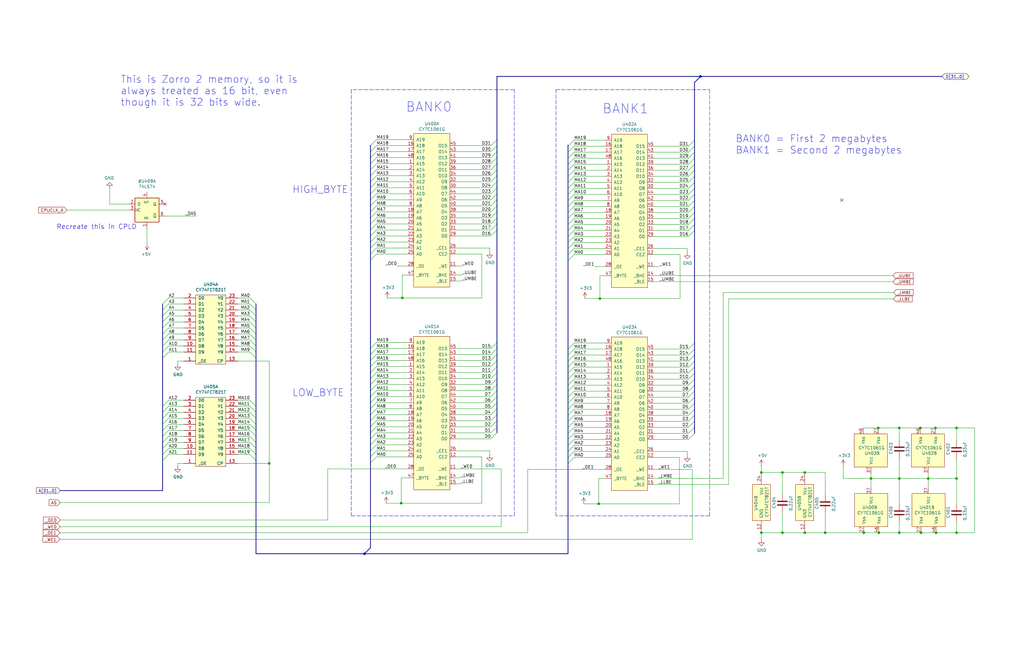
<source format=kicad_sch>
(kicad_sch (version 20211123) (generator eeschema)
  (paper "B")
  (junction (at 367.284 201.93))
  (junction (at 394.716 224.79))
  (junction (at 329.946 224.79))
  (junction (at 252.984 125.984))
  (junction (at 379.222 224.79))
  (junction (at 113.538 195.58))
  (junction (at 339.344 224.79))
  (junction (at 364.236 224.79))
  (junction (at 403.352 180.594))
  (junction (at 379.222 180.594))
  (junction (at 370.586 224.79))
  (junction (at 370.332 180.594))
  (junction (at 403.352 224.79))
  (junction (at 403.352 201.93))
  (junction (at 321.056 224.79))
  (junction (at 347.98 224.79))
  (junction (at 394.462 180.594))
  (junction (at 391.414 201.93))
  (junction (at 252.476 212.598))
  (junction (at 379.222 201.93))
  (junction (at 321.056 199.39))
  (junction (at 339.344 199.39))
  (junction (at 295.402 32.258))
  (junction (at 169.672 125.73))
  (junction (at 388.112 180.594))
  (junction (at 169.164 212.344))
  (junction (at 388.366 224.79))
  (junction (at 329.946 199.39))
  (junction (at 153.67 233.68))
  (no_connect (at 354.965 84.455))
  (no_connect (at 69.596 86.106))
  (bus_entry (at 71.12 176.53) (size -2.54 2.54))
  (bus_entry (at 105.41 148.59) (size 2.54 2.54))
  (bus_entry (at 158.75 157.226) (size -2.54 2.54))
  (bus_entry (at 242.062 79.502) (size -2.54 2.54))
  (bus_entry (at 158.75 154.686) (size -2.54 2.54))
  (bus_entry (at 242.062 107.442) (size -2.54 2.54))
  (bus_entry (at 242.062 182.88) (size -2.54 2.54))
  (bus_entry (at 71.12 148.59) (size -2.54 2.54))
  (bus_entry (at 105.41 130.81) (size 2.54 2.54))
  (bus_entry (at 105.41 179.07) (size 2.54 2.54))
  (bus_entry (at 158.75 102.108) (size -2.54 2.54))
  (bus_entry (at 207.01 149.606) (size 2.54 -2.54))
  (bus_entry (at 71.12 173.99) (size -2.54 2.54))
  (bus_entry (at 242.062 170.18) (size -2.54 2.54))
  (bus_entry (at 71.12 143.51) (size -2.54 2.54))
  (bus_entry (at 290.322 64.262) (size 2.54 -2.54))
  (bus_entry (at 242.062 97.282) (size -2.54 2.54))
  (bus_entry (at 71.12 130.81) (size -2.54 2.54))
  (bus_entry (at 105.41 140.97) (size 2.54 2.54))
  (bus_entry (at 71.12 135.89) (size -2.54 2.54))
  (bus_entry (at 158.75 58.928) (size -2.54 2.54))
  (bus_entry (at 242.062 185.42) (size -2.54 2.54))
  (bus_entry (at 158.75 175.006) (size -2.54 2.54))
  (bus_entry (at 207.01 91.948) (size 2.54 -2.54))
  (bus_entry (at 207.01 152.146) (size 2.54 -2.54))
  (bus_entry (at 242.062 61.722) (size -2.54 2.54))
  (bus_entry (at 242.062 99.822) (size -2.54 2.54))
  (bus_entry (at 158.75 172.466) (size -2.54 2.54))
  (bus_entry (at 207.01 167.386) (size 2.54 -2.54))
  (bus_entry (at 71.12 171.45) (size -2.54 2.54))
  (bus_entry (at 242.062 94.742) (size -2.54 2.54))
  (bus_entry (at 290.322 149.86) (size 2.54 -2.54))
  (bus_entry (at 207.01 94.488) (size 2.54 -2.54))
  (bus_entry (at 105.41 133.35) (size 2.54 2.54))
  (bus_entry (at 158.75 89.408) (size -2.54 2.54))
  (bus_entry (at 105.41 176.53) (size 2.54 2.54))
  (bus_entry (at 207.01 159.766) (size 2.54 -2.54))
  (bus_entry (at 242.062 144.78) (size -2.54 2.54))
  (bus_entry (at 242.062 71.882) (size -2.54 2.54))
  (bus_entry (at 71.12 138.43) (size -2.54 2.54))
  (bus_entry (at 71.12 128.27) (size -2.54 2.54))
  (bus_entry (at 242.062 165.1) (size -2.54 2.54))
  (bus_entry (at 242.062 162.56) (size -2.54 2.54))
  (bus_entry (at 158.75 177.546) (size -2.54 2.54))
  (bus_entry (at 242.062 92.202) (size -2.54 2.54))
  (bus_entry (at 158.75 69.088) (size -2.54 2.54))
  (bus_entry (at 207.01 66.548) (size 2.54 -2.54))
  (bus_entry (at 158.75 84.328) (size -2.54 2.54))
  (bus_entry (at 290.322 87.122) (size 2.54 -2.54))
  (bus_entry (at 158.75 97.028) (size -2.54 2.54))
  (bus_entry (at 105.41 168.91) (size 2.54 2.54))
  (bus_entry (at 207.01 69.088) (size 2.54 -2.54))
  (bus_entry (at 290.322 97.282) (size 2.54 -2.54))
  (bus_entry (at 158.75 107.188) (size -2.54 2.54))
  (bus_entry (at 105.41 143.51) (size 2.54 2.54))
  (bus_entry (at 207.01 64.008) (size 2.54 -2.54))
  (bus_entry (at 207.01 185.166) (size 2.54 -2.54))
  (bus_entry (at 105.41 186.69) (size 2.54 2.54))
  (bus_entry (at 207.01 61.468) (size 2.54 -2.54))
  (bus_entry (at 158.75 104.648) (size -2.54 2.54))
  (bus_entry (at 71.12 181.61) (size -2.54 2.54))
  (bus_entry (at 290.322 160.02) (size 2.54 -2.54))
  (bus_entry (at 207.01 164.846) (size 2.54 -2.54))
  (bus_entry (at 207.01 172.466) (size 2.54 -2.54))
  (bus_entry (at 290.322 185.42) (size 2.54 -2.54))
  (bus_entry (at 158.75 152.146) (size -2.54 2.54))
  (bus_entry (at 242.062 160.02) (size -2.54 2.54))
  (bus_entry (at 158.75 144.526) (size -2.54 2.54))
  (bus_entry (at 71.12 125.73) (size -2.54 2.54))
  (bus_entry (at 158.75 76.708) (size -2.54 2.54))
  (bus_entry (at 105.41 181.61) (size 2.54 2.54))
  (bus_entry (at 71.12 168.91) (size -2.54 2.54))
  (bus_entry (at 105.41 171.45) (size 2.54 2.54))
  (bus_entry (at 242.062 149.86) (size -2.54 2.54))
  (bus_entry (at 158.75 192.786) (size -2.54 2.54))
  (bus_entry (at 242.062 193.04) (size -2.54 2.54))
  (bus_entry (at 207.01 71.628) (size 2.54 -2.54))
  (bus_entry (at 242.062 175.26) (size -2.54 2.54))
  (bus_entry (at 207.01 182.626) (size 2.54 -2.54))
  (bus_entry (at 242.062 64.262) (size -2.54 2.54))
  (bus_entry (at 290.322 69.342) (size 2.54 -2.54))
  (bus_entry (at 207.01 81.788) (size 2.54 -2.54))
  (bus_entry (at 207.01 99.568) (size 2.54 -2.54))
  (bus_entry (at 242.062 190.5) (size -2.54 2.54))
  (bus_entry (at 158.75 185.166) (size -2.54 2.54))
  (bus_entry (at 242.062 177.8) (size -2.54 2.54))
  (bus_entry (at 242.062 76.962) (size -2.54 2.54))
  (bus_entry (at 290.322 170.18) (size 2.54 -2.54))
  (bus_entry (at 290.322 99.822) (size 2.54 -2.54))
  (bus_entry (at 242.062 180.34) (size -2.54 2.54))
  (bus_entry (at 158.75 190.246) (size -2.54 2.54))
  (bus_entry (at 207.01 84.328) (size 2.54 -2.54))
  (bus_entry (at 242.062 187.96) (size -2.54 2.54))
  (bus_entry (at 158.75 86.868) (size -2.54 2.54))
  (bus_entry (at 105.41 173.99) (size 2.54 2.54))
  (bus_entry (at 290.322 165.1) (size 2.54 -2.54))
  (bus_entry (at 290.322 76.962) (size 2.54 -2.54))
  (bus_entry (at 290.322 89.662) (size 2.54 -2.54))
  (bus_entry (at 242.062 84.582) (size -2.54 2.54))
  (bus_entry (at 290.322 175.26) (size 2.54 -2.54))
  (bus_entry (at 242.062 154.94) (size -2.54 2.54))
  (bus_entry (at 71.12 179.07) (size -2.54 2.54))
  (bus_entry (at 207.01 97.028) (size 2.54 -2.54))
  (bus_entry (at 290.322 71.882) (size 2.54 -2.54))
  (bus_entry (at 242.062 74.422) (size -2.54 2.54))
  (bus_entry (at 158.75 159.766) (size -2.54 2.54))
  (bus_entry (at 242.062 104.902) (size -2.54 2.54))
  (bus_entry (at 290.322 74.422) (size 2.54 -2.54))
  (bus_entry (at 207.01 86.868) (size 2.54 -2.54))
  (bus_entry (at 207.01 169.926) (size 2.54 -2.54))
  (bus_entry (at 290.322 162.56) (size 2.54 -2.54))
  (bus_entry (at 290.322 152.4) (size 2.54 -2.54))
  (bus_entry (at 105.41 191.77) (size 2.54 2.54))
  (bus_entry (at 105.41 146.05) (size 2.54 2.54))
  (bus_entry (at 158.75 187.706) (size -2.54 2.54))
  (bus_entry (at 158.75 66.548) (size -2.54 2.54))
  (bus_entry (at 242.062 82.042) (size -2.54 2.54))
  (bus_entry (at 242.062 152.4) (size -2.54 2.54))
  (bus_entry (at 290.322 94.742) (size 2.54 -2.54))
  (bus_entry (at 290.322 180.34) (size 2.54 -2.54))
  (bus_entry (at 290.322 82.042) (size 2.54 -2.54))
  (bus_entry (at 242.062 66.802) (size -2.54 2.54))
  (bus_entry (at 158.75 147.066) (size -2.54 2.54))
  (bus_entry (at 290.322 61.722) (size 2.54 -2.54))
  (bus_entry (at 71.12 191.77) (size -2.54 2.54))
  (bus_entry (at 158.75 99.568) (size -2.54 2.54))
  (bus_entry (at 290.322 66.802) (size 2.54 -2.54))
  (bus_entry (at 158.75 169.926) (size -2.54 2.54))
  (bus_entry (at 158.75 180.086) (size -2.54 2.54))
  (bus_entry (at 158.75 81.788) (size -2.54 2.54))
  (bus_entry (at 207.01 74.168) (size 2.54 -2.54))
  (bus_entry (at 158.75 162.306) (size -2.54 2.54))
  (bus_entry (at 242.062 69.342) (size -2.54 2.54))
  (bus_entry (at 290.322 92.202) (size 2.54 -2.54))
  (bus_entry (at 242.062 87.122) (size -2.54 2.54))
  (bus_entry (at 290.322 154.94) (size 2.54 -2.54))
  (bus_entry (at 207.01 175.006) (size 2.54 -2.54))
  (bus_entry (at 71.12 140.97) (size -2.54 2.54))
  (bus_entry (at 207.01 177.546) (size 2.54 -2.54))
  (bus_entry (at 71.12 146.05) (size -2.54 2.54))
  (bus_entry (at 242.062 89.662) (size -2.54 2.54))
  (bus_entry (at 71.12 186.69) (size -2.54 2.54))
  (bus_entry (at 207.01 89.408) (size 2.54 -2.54))
  (bus_entry (at 207.01 76.708) (size 2.54 -2.54))
  (bus_entry (at 290.322 167.64) (size 2.54 -2.54))
  (bus_entry (at 207.01 157.226) (size 2.54 -2.54))
  (bus_entry (at 290.322 84.582) (size 2.54 -2.54))
  (bus_entry (at 242.062 147.32) (size -2.54 2.54))
  (bus_entry (at 290.322 182.88) (size 2.54 -2.54))
  (bus_entry (at 71.12 184.15) (size -2.54 2.54))
  (bus_entry (at 158.75 61.468) (size -2.54 2.54))
  (bus_entry (at 290.322 177.8) (size 2.54 -2.54))
  (bus_entry (at 207.01 79.248) (size 2.54 -2.54))
  (bus_entry (at 242.062 102.362) (size -2.54 2.54))
  (bus_entry (at 71.12 133.35) (size -2.54 2.54))
  (bus_entry (at 290.322 147.32) (size 2.54 -2.54))
  (bus_entry (at 158.75 64.008) (size -2.54 2.54))
  (bus_entry (at 207.01 154.686) (size 2.54 -2.54))
  (bus_entry (at 242.062 172.72) (size -2.54 2.54))
  (bus_entry (at 105.41 138.43) (size 2.54 2.54))
  (bus_entry (at 105.41 135.89) (size 2.54 2.54))
  (bus_entry (at 158.75 79.248) (size -2.54 2.54))
  (bus_entry (at 158.75 94.488) (size -2.54 2.54))
  (bus_entry (at 158.75 182.626) (size -2.54 2.54))
  (bus_entry (at 158.75 149.606) (size -2.54 2.54))
  (bus_entry (at 207.01 147.066) (size 2.54 -2.54))
  (bus_entry (at 105.41 125.73) (size 2.54 2.54))
  (bus_entry (at 158.75 167.386) (size -2.54 2.54))
  (bus_entry (at 158.75 164.846) (size -2.54 2.54))
  (bus_entry (at 242.062 157.48) (size -2.54 2.54))
  (bus_entry (at 290.322 172.72) (size 2.54 -2.54))
  (bus_entry (at 242.062 59.182) (size -2.54 2.54))
  (bus_entry (at 158.75 74.168) (size -2.54 2.54))
  (bus_entry (at 207.01 180.086) (size 2.54 -2.54))
  (bus_entry (at 158.75 91.948) (size -2.54 2.54))
  (bus_entry (at 290.322 79.502) (size 2.54 -2.54))
  (bus_entry (at 105.41 189.23) (size 2.54 2.54))
  (bus_entry (at 105.41 128.27) (size 2.54 2.54))
  (bus_entry (at 207.01 162.306) (size 2.54 -2.54))
  (bus_entry (at 105.41 184.15) (size 2.54 2.54))
  (bus_entry (at 158.75 71.628) (size -2.54 2.54))
  (bus_entry (at 290.322 157.48) (size 2.54 -2.54))
  (bus_entry (at 242.062 167.64) (size -2.54 2.54))
  (bus_entry (at 71.12 189.23) (size -2.54 2.54))
  (bus (pts (xy 292.862 154.94) (xy 292.862 157.48)))
  (wire (pts (xy 100.33 125.73) (xy 105.41 125.73)))
  (bus (pts (xy 209.55 64.008) (xy 209.55 66.548)))
  (bus (pts (xy 68.58 186.69) (xy 68.58 189.23)))
  (wire (pts (xy 275.59 74.422) (xy 290.322 74.422)))
  (wire (pts (xy 275.59 116.332) (xy 376.555 116.332)))
  (wire (pts (xy 171.958 167.386) (xy 158.75 167.386)))
  (wire (pts (xy 255.27 147.32) (xy 242.062 147.32)))
  (bus (pts (xy 209.55 81.788) (xy 209.55 84.328)))
  (wire (pts (xy 275.59 177.8) (xy 290.322 177.8)))
  (wire (pts (xy 275.59 71.882) (xy 290.322 71.882)))
  (wire (pts (xy 77.47 176.53) (xy 71.12 176.53)))
  (bus (pts (xy 292.862 89.662) (xy 292.862 92.202)))
  (bus (pts (xy 156.21 162.306) (xy 156.21 164.846)))
  (wire (pts (xy 379.222 201.93) (xy 379.222 212.598)))
  (wire (pts (xy 363.982 180.594) (xy 370.332 180.594)))
  (wire (pts (xy 304.927 123.444) (xy 376.809 123.444)))
  (wire (pts (xy 169.672 116.078) (xy 171.958 116.078)))
  (bus (pts (xy 239.522 61.214) (xy 239.522 61.722)))
  (wire (pts (xy 74.93 195.58) (xy 74.93 196.85)))
  (bus (pts (xy 107.95 173.99) (xy 107.95 176.53)))
  (bus (pts (xy 292.862 97.282) (xy 292.862 144.78)))
  (bus (pts (xy 239.522 152.4) (xy 239.522 154.94)))
  (bus (pts (xy 156.21 97.028) (xy 156.21 99.568)))
  (bus (pts (xy 209.55 180.086) (xy 209.55 182.626)))
  (bus (pts (xy 239.522 94.742) (xy 239.522 97.282)))
  (bus (pts (xy 209.55 149.606) (xy 209.55 152.146)))
  (bus (pts (xy 107.95 146.05) (xy 107.95 148.59)))
  (wire (pts (xy 100.33 179.07) (xy 105.41 179.07)))
  (wire (pts (xy 77.47 133.35) (xy 71.12 133.35)))
  (bus (pts (xy 156.21 192.786) (xy 156.21 195.326)))
  (wire (pts (xy 192.278 157.226) (xy 207.01 157.226)))
  (wire (pts (xy 275.59 84.582) (xy 290.322 84.582)))
  (bus (pts (xy 156.21 107.188) (xy 156.21 109.728)))
  (wire (pts (xy 275.59 92.202) (xy 290.322 92.202)))
  (bus (pts (xy 156.21 172.466) (xy 156.21 175.006)))
  (bus (pts (xy 156.21 99.568) (xy 156.21 102.108)))
  (bus (pts (xy 107.95 194.31) (xy 107.95 233.68)))
  (bus (pts (xy 156.21 187.706) (xy 156.21 190.246)))
  (bus (pts (xy 239.522 69.342) (xy 239.522 71.882)))
  (wire (pts (xy 289.814 192.278) (xy 289.814 190.5)))
  (wire (pts (xy 192.278 89.408) (xy 207.01 89.408)))
  (wire (pts (xy 255.27 175.26) (xy 242.062 175.26)))
  (wire (pts (xy 255.27 66.802) (xy 242.062 66.802)))
  (wire (pts (xy 367.284 201.93) (xy 379.222 201.93)))
  (bus (pts (xy 239.522 147.32) (xy 239.522 149.86)))
  (bus (pts (xy 209.55 169.926) (xy 209.55 172.466)))
  (bus (pts (xy 68.58 133.35) (xy 68.58 135.89)))
  (wire (pts (xy 275.59 190.5) (xy 289.814 190.5)))
  (bus (pts (xy 156.21 79.248) (xy 156.21 81.788)))
  (wire (pts (xy 255.27 97.282) (xy 242.062 97.282)))
  (wire (pts (xy 77.47 148.59) (xy 71.12 148.59)))
  (wire (pts (xy 275.59 170.18) (xy 290.322 170.18)))
  (wire (pts (xy 255.27 167.64) (xy 242.062 167.64)))
  (wire (pts (xy 255.27 74.422) (xy 242.062 74.422)))
  (bus (pts (xy 209.55 86.868) (xy 209.55 89.408)))
  (wire (pts (xy 192.278 154.686) (xy 207.01 154.686)))
  (wire (pts (xy 321.056 196.596) (xy 321.056 199.39)))
  (bus (pts (xy 239.522 89.662) (xy 239.522 92.202)))
  (bus (pts (xy 239.522 180.34) (xy 239.522 182.88)))
  (bus (pts (xy 156.21 76.708) (xy 156.21 79.248)))
  (bus (pts (xy 209.55 147.066) (xy 209.55 149.606)))
  (bus (pts (xy 156.21 185.166) (xy 156.21 187.706)))
  (wire (pts (xy 77.47 191.77) (xy 71.12 191.77)))
  (wire (pts (xy 286.766 107.442) (xy 286.766 125.984)))
  (wire (pts (xy 69.596 91.186) (xy 82.804 91.186)))
  (bus (pts (xy 156.21 190.246) (xy 156.21 192.786)))
  (wire (pts (xy 77.47 184.15) (xy 71.12 184.15)))
  (bus (pts (xy 209.55 91.948) (xy 209.55 94.488)))
  (bus (pts (xy 68.58 138.43) (xy 68.58 140.97)))
  (bus (pts (xy 292.862 157.48) (xy 292.862 160.02)))
  (wire (pts (xy 100.33 176.53) (xy 105.41 176.53)))
  (wire (pts (xy 255.27 92.202) (xy 242.062 92.202)))
  (bus (pts (xy 68.58 130.81) (xy 68.58 133.35)))
  (wire (pts (xy 77.47 140.97) (xy 71.12 140.97)))
  (bus (pts (xy 239.522 175.26) (xy 239.522 177.8)))
  (wire (pts (xy 275.59 152.4) (xy 290.322 152.4)))
  (bus (pts (xy 239.522 195.58) (xy 239.522 233.68)))
  (bus (pts (xy 107.95 143.51) (xy 107.95 146.05)))
  (wire (pts (xy 255.27 144.78) (xy 242.062 144.78)))
  (wire (pts (xy 275.59 185.42) (xy 290.322 185.42)))
  (wire (pts (xy 403.352 220.218) (xy 403.352 224.79)))
  (wire (pts (xy 275.59 97.282) (xy 290.322 97.282)))
  (wire (pts (xy 171.958 76.708) (xy 158.75 76.708)))
  (wire (pts (xy 275.59 149.86) (xy 290.322 149.86)))
  (bus (pts (xy 107.95 179.07) (xy 107.95 181.61)))
  (wire (pts (xy 255.27 187.96) (xy 242.062 187.96)))
  (bus (pts (xy 107.95 171.45) (xy 107.95 173.99)))
  (wire (pts (xy 255.27 89.662) (xy 242.062 89.662)))
  (wire (pts (xy 394.462 180.594) (xy 403.352 180.594)))
  (wire (pts (xy 275.59 69.342) (xy 290.322 69.342)))
  (bus (pts (xy 153.67 233.68) (xy 156.21 231.14)))
  (wire (pts (xy 171.958 157.226) (xy 158.75 157.226)))
  (bus (pts (xy 209.55 144.526) (xy 209.55 147.066)))
  (wire (pts (xy 77.47 125.73) (xy 71.12 125.73)))
  (wire (pts (xy 255.27 79.502) (xy 242.062 79.502)))
  (bus (pts (xy 156.21 164.846) (xy 156.21 167.386)))
  (wire (pts (xy 77.47 195.58) (xy 74.93 195.58)))
  (wire (pts (xy 100.33 184.15) (xy 105.41 184.15)))
  (wire (pts (xy 169.672 125.73) (xy 169.672 116.078)))
  (wire (pts (xy 192.278 74.168) (xy 207.01 74.168)))
  (wire (pts (xy 192.278 167.386) (xy 207.01 167.386)))
  (wire (pts (xy 255.27 149.86) (xy 242.062 149.86)))
  (wire (pts (xy 169.164 212.344) (xy 169.164 201.676)))
  (wire (pts (xy 255.27 162.56) (xy 242.062 162.56)))
  (wire (pts (xy 275.59 79.502) (xy 290.322 79.502)))
  (polyline (pts (xy 234.442 37.846) (xy 299.212 37.846)))
  (bus (pts (xy 156.21 195.326) (xy 156.21 231.14)))
  (bus (pts (xy 292.862 144.78) (xy 292.862 147.32)))
  (bus (pts (xy 292.862 61.722) (xy 292.862 64.262)))
  (wire (pts (xy 100.33 173.99) (xy 105.41 173.99)))
  (wire (pts (xy 171.958 89.408) (xy 158.75 89.408)))
  (wire (pts (xy 192.278 197.866) (xy 211.328 197.866)))
  (bus (pts (xy 209.55 71.628) (xy 209.55 74.168)))
  (wire (pts (xy 275.59 64.262) (xy 290.322 64.262)))
  (bus (pts (xy 295.402 32.258) (xy 397.256 32.258)))
  (bus (pts (xy 156.21 180.086) (xy 156.21 182.626)))
  (wire (pts (xy 171.958 81.788) (xy 158.75 81.788)))
  (wire (pts (xy 367.284 201.93) (xy 367.284 199.644)))
  (wire (pts (xy 222.504 198.12) (xy 222.504 224.79)))
  (wire (pts (xy 275.59 107.442) (xy 286.766 107.442)))
  (wire (pts (xy 169.672 125.73) (xy 163.322 125.73)))
  (wire (pts (xy 275.59 147.32) (xy 290.322 147.32)))
  (wire (pts (xy 222.504 198.12) (xy 255.27 198.12)))
  (bus (pts (xy 292.862 87.122) (xy 292.862 89.662)))
  (bus (pts (xy 153.67 233.68) (xy 239.522 233.68)))
  (bus (pts (xy 156.21 157.226) (xy 156.21 159.766)))
  (wire (pts (xy 275.59 160.02) (xy 290.322 160.02)))
  (wire (pts (xy 203.2 212.344) (xy 169.164 212.344)))
  (bus (pts (xy 156.21 61.468) (xy 156.21 64.008)))
  (bus (pts (xy 209.55 162.306) (xy 209.55 164.846)))
  (bus (pts (xy 209.55 61.468) (xy 209.55 64.008)))
  (wire (pts (xy 379.222 224.79) (xy 388.366 224.79)))
  (wire (pts (xy 100.33 186.69) (xy 105.41 186.69)))
  (wire (pts (xy 206.502 106.426) (xy 206.502 104.648)))
  (wire (pts (xy 391.414 201.93) (xy 403.352 201.93)))
  (wire (pts (xy 77.47 189.23) (xy 71.12 189.23)))
  (wire (pts (xy 171.958 192.786) (xy 158.75 192.786)))
  (bus (pts (xy 292.862 180.34) (xy 292.862 182.88)))
  (wire (pts (xy 113.538 195.58) (xy 100.33 195.58)))
  (wire (pts (xy 171.958 162.306) (xy 158.75 162.306)))
  (wire (pts (xy 391.414 201.93) (xy 391.414 205.74)))
  (wire (pts (xy 100.33 189.23) (xy 105.41 189.23)))
  (bus (pts (xy 68.58 143.51) (xy 68.58 146.05)))
  (wire (pts (xy 403.352 212.598) (xy 403.352 201.93)))
  (wire (pts (xy 100.33 128.27) (xy 105.41 128.27)))
  (polyline (pts (xy 234.442 217.678) (xy 234.442 37.846)))
  (wire (pts (xy 255.27 112.522) (xy 250.698 112.522)))
  (wire (pts (xy 355.6 201.93) (xy 355.6 196.596)))
  (wire (pts (xy 100.33 135.89) (xy 105.41 135.89)))
  (wire (pts (xy 171.958 102.108) (xy 158.75 102.108)))
  (wire (pts (xy 192.278 162.306) (xy 207.01 162.306)))
  (wire (pts (xy 275.59 165.1) (xy 290.322 165.1)))
  (bus (pts (xy 239.522 190.5) (xy 239.522 193.04)))
  (wire (pts (xy 255.27 182.88) (xy 242.062 182.88)))
  (bus (pts (xy 68.58 135.89) (xy 68.58 138.43)))
  (wire (pts (xy 192.278 175.006) (xy 207.01 175.006)))
  (bus (pts (xy 68.58 171.45) (xy 68.58 173.99)))
  (bus (pts (xy 156.21 182.626) (xy 156.21 185.166)))
  (wire (pts (xy 171.958 84.328) (xy 158.75 84.328)))
  (bus (pts (xy 156.21 86.868) (xy 156.21 89.408)))
  (bus (pts (xy 239.522 104.902) (xy 239.522 107.442)))
  (bus (pts (xy 292.862 94.742) (xy 292.862 97.282)))
  (wire (pts (xy 329.946 208.534) (xy 329.946 199.39)))
  (bus (pts (xy 239.522 162.56) (xy 239.522 165.1)))
  (wire (pts (xy 255.27 61.722) (xy 242.062 61.722)))
  (wire (pts (xy 255.27 102.362) (xy 242.062 102.362)))
  (bus (pts (xy 209.55 157.226) (xy 209.55 159.766)))
  (wire (pts (xy 100.33 171.45) (xy 105.41 171.45)))
  (wire (pts (xy 77.47 171.45) (xy 71.12 171.45)))
  (wire (pts (xy 192.278 69.088) (xy 207.01 69.088)))
  (wire (pts (xy 403.352 224.79) (xy 410.972 224.79)))
  (wire (pts (xy 113.538 195.58) (xy 113.538 212.09)))
  (bus (pts (xy 68.58 146.05) (xy 68.58 148.59)))
  (wire (pts (xy 275.59 154.94) (xy 290.322 154.94)))
  (wire (pts (xy 222.504 224.79) (xy 25.273 224.79)))
  (wire (pts (xy 275.59 61.722) (xy 290.322 61.722)))
  (wire (pts (xy 169.164 201.676) (xy 171.958 201.676)))
  (wire (pts (xy 171.958 104.648) (xy 158.75 104.648)))
  (bus (pts (xy 292.862 147.32) (xy 292.862 149.86)))
  (wire (pts (xy 255.27 69.342) (xy 242.062 69.342)))
  (bus (pts (xy 292.862 82.042) (xy 292.862 84.582)))
  (bus (pts (xy 239.522 172.72) (xy 239.522 175.26)))
  (wire (pts (xy 192.278 79.248) (xy 207.01 79.248)))
  (wire (pts (xy 367.284 201.93) (xy 355.6 201.93)))
  (bus (pts (xy 107.95 191.77) (xy 107.95 194.31)))
  (wire (pts (xy 171.958 190.246) (xy 158.75 190.246)))
  (wire (pts (xy 403.352 180.594) (xy 410.972 180.594)))
  (bus (pts (xy 107.95 128.27) (xy 107.95 130.81)))
  (wire (pts (xy 275.59 112.522) (xy 278.13 112.522)))
  (bus (pts (xy 156.21 169.926) (xy 156.21 172.466)))
  (bus (pts (xy 239.522 76.962) (xy 239.522 79.502)))
  (bus (pts (xy 156.21 175.006) (xy 156.21 177.546)))
  (wire (pts (xy 192.278 107.188) (xy 203.2 107.188)))
  (bus (pts (xy 156.21 81.788) (xy 156.21 84.328)))
  (wire (pts (xy 171.958 177.546) (xy 158.75 177.546)))
  (bus (pts (xy 68.58 194.31) (xy 68.58 207.01)))
  (bus (pts (xy 209.55 58.928) (xy 209.55 61.468)))
  (wire (pts (xy 100.33 138.43) (xy 105.41 138.43)))
  (wire (pts (xy 171.958 99.568) (xy 158.75 99.568)))
  (wire (pts (xy 286.766 125.984) (xy 252.984 125.984)))
  (wire (pts (xy 347.98 216.408) (xy 347.98 224.79)))
  (wire (pts (xy 77.47 130.81) (xy 71.12 130.81)))
  (wire (pts (xy 171.958 64.008) (xy 158.75 64.008)))
  (wire (pts (xy 192.278 147.066) (xy 207.01 147.066)))
  (bus (pts (xy 292.862 167.64) (xy 292.862 170.18)))
  (bus (pts (xy 107.95 151.13) (xy 107.95 171.45)))
  (bus (pts (xy 156.21 69.088) (xy 156.21 71.628)))
  (bus (pts (xy 292.862 84.582) (xy 292.862 87.122)))
  (wire (pts (xy 171.958 69.088) (xy 158.75 69.088)))
  (bus (pts (xy 292.862 175.26) (xy 292.862 177.8)))
  (wire (pts (xy 203.2 107.188) (xy 203.2 125.73)))
  (wire (pts (xy 321.056 224.79) (xy 329.946 224.79)))
  (wire (pts (xy 255.27 71.882) (xy 242.062 71.882)))
  (wire (pts (xy 192.278 76.708) (xy 207.01 76.708)))
  (wire (pts (xy 252.476 212.598) (xy 246.126 212.598)))
  (wire (pts (xy 275.59 76.962) (xy 290.322 76.962)))
  (polyline (pts (xy 148.082 37.846) (xy 148.082 217.678)))
  (wire (pts (xy 171.958 74.168) (xy 158.75 74.168)))
  (bus (pts (xy 209.55 154.686) (xy 209.55 157.226)))
  (bus (pts (xy 107.95 130.81) (xy 107.95 133.35)))
  (wire (pts (xy 275.59 162.56) (xy 290.322 162.56)))
  (bus (pts (xy 68.58 151.13) (xy 68.58 171.45)))
  (polyline (pts (xy 216.916 217.678) (xy 216.916 37.846)))
  (bus (pts (xy 68.58 207.01) (xy 25.4 207.01)))
  (wire (pts (xy 304.927 201.93) (xy 304.927 123.444)))
  (bus (pts (xy 209.55 74.168) (xy 209.55 76.708)))
  (wire (pts (xy 255.27 180.34) (xy 242.062 180.34)))
  (wire (pts (xy 192.278 192.786) (xy 203.2 192.786)))
  (wire (pts (xy 275.59 175.26) (xy 290.322 175.26)))
  (bus (pts (xy 107.95 186.69) (xy 107.95 189.23)))
  (wire (pts (xy 77.47 173.99) (xy 71.12 173.99)))
  (wire (pts (xy 211.328 222.25) (xy 25.4 222.25)))
  (wire (pts (xy 113.538 152.4) (xy 113.538 195.58)))
  (wire (pts (xy 275.59 94.742) (xy 290.322 94.742)))
  (wire (pts (xy 100.33 133.35) (xy 105.41 133.35)))
  (bus (pts (xy 209.55 167.386) (xy 209.55 169.926)))
  (bus (pts (xy 107.95 181.61) (xy 107.95 184.15)))
  (bus (pts (xy 239.522 84.582) (xy 239.522 87.122)))
  (wire (pts (xy 171.958 149.606) (xy 158.75 149.606)))
  (wire (pts (xy 77.47 179.07) (xy 71.12 179.07)))
  (wire (pts (xy 171.958 97.028) (xy 158.75 97.028)))
  (bus (pts (xy 239.522 82.042) (xy 239.522 84.582)))
  (wire (pts (xy 275.59 201.93) (xy 304.927 201.93)))
  (wire (pts (xy 100.33 143.51) (xy 105.41 143.51)))
  (bus (pts (xy 292.862 64.262) (xy 292.862 66.802)))
  (wire (pts (xy 171.958 169.926) (xy 158.75 169.926)))
  (bus (pts (xy 292.862 149.86) (xy 292.862 152.4)))
  (wire (pts (xy 255.27 82.042) (xy 242.062 82.042)))
  (wire (pts (xy 379.222 185.674) (xy 379.222 180.594)))
  (bus (pts (xy 156.21 74.168) (xy 156.21 76.708)))
  (bus (pts (xy 209.55 69.088) (xy 209.55 71.628)))
  (polyline (pts (xy 299.212 217.678) (xy 234.442 217.678)))
  (wire (pts (xy 192.278 164.846) (xy 207.01 164.846)))
  (bus (pts (xy 156.21 149.606) (xy 156.21 152.146)))
  (bus (pts (xy 156.21 91.948) (xy 156.21 94.488)))
  (wire (pts (xy 275.59 89.662) (xy 290.322 89.662)))
  (wire (pts (xy 192.278 201.676) (xy 194.31 201.676)))
  (wire (pts (xy 394.716 224.79) (xy 403.352 224.79)))
  (wire (pts (xy 255.27 185.42) (xy 242.062 185.42)))
  (bus (pts (xy 292.862 34.798) (xy 292.862 59.182)))
  (wire (pts (xy 192.278 97.028) (xy 207.01 97.028)))
  (wire (pts (xy 171.958 71.628) (xy 158.75 71.628)))
  (bus (pts (xy 239.522 109.982) (xy 239.522 147.32)))
  (wire (pts (xy 100.33 148.59) (xy 105.41 148.59)))
  (wire (pts (xy 307.213 204.47) (xy 307.213 126.111)))
  (wire (pts (xy 275.59 182.88) (xy 290.322 182.88)))
  (wire (pts (xy 192.278 159.766) (xy 207.01 159.766)))
  (bus (pts (xy 239.522 64.262) (xy 239.522 66.802)))
  (wire (pts (xy 275.59 157.48) (xy 290.322 157.48)))
  (wire (pts (xy 171.958 182.626) (xy 158.75 182.626)))
  (wire (pts (xy 255.27 165.1) (xy 242.062 165.1)))
  (wire (pts (xy 192.278 64.008) (xy 207.01 64.008)))
  (bus (pts (xy 156.21 167.386) (xy 156.21 169.926)))
  (bus (pts (xy 156.21 102.108) (xy 156.21 104.648)))
  (bus (pts (xy 156.21 177.546) (xy 156.21 180.086)))
  (wire (pts (xy 275.59 167.64) (xy 290.322 167.64)))
  (wire (pts (xy 171.958 112.268) (xy 167.386 112.268)))
  (bus (pts (xy 68.58 148.59) (xy 68.58 151.13)))
  (wire (pts (xy 171.958 147.066) (xy 158.75 147.066)))
  (bus (pts (xy 239.522 177.8) (xy 239.522 180.34)))
  (bus (pts (xy 209.55 32.258) (xy 209.55 58.928)))
  (bus (pts (xy 292.862 152.4) (xy 292.862 154.94)))
  (wire (pts (xy 286.512 212.598) (xy 252.476 212.598)))
  (bus (pts (xy 239.522 167.64) (xy 239.522 170.18)))
  (wire (pts (xy 347.98 208.788) (xy 347.98 199.39)))
  (wire (pts (xy 275.59 66.802) (xy 290.322 66.802)))
  (wire (pts (xy 77.47 143.51) (xy 71.12 143.51)))
  (bus (pts (xy 292.862 66.802) (xy 292.862 69.342)))
  (bus (pts (xy 156.21 66.548) (xy 156.21 69.088)))
  (wire (pts (xy 77.47 168.91) (xy 71.12 168.91)))
  (bus (pts (xy 209.55 32.258) (xy 295.402 32.258)))
  (wire (pts (xy 169.164 212.344) (xy 162.814 212.344)))
  (bus (pts (xy 156.21 71.628) (xy 156.21 74.168)))
  (bus (pts (xy 107.95 148.59) (xy 107.95 151.13)))
  (wire (pts (xy 100.33 181.61) (xy 105.41 181.61)))
  (wire (pts (xy 203.2 125.73) (xy 169.672 125.73)))
  (bus (pts (xy 239.522 87.122) (xy 239.522 89.662)))
  (wire (pts (xy 203.2 192.786) (xy 203.2 212.344)))
  (wire (pts (xy 138.176 197.866) (xy 138.176 219.456)))
  (wire (pts (xy 255.27 152.4) (xy 242.062 152.4)))
  (wire (pts (xy 339.344 199.39) (xy 329.946 199.39)))
  (wire (pts (xy 192.278 71.628) (xy 207.01 71.628)))
  (wire (pts (xy 77.47 138.43) (xy 71.12 138.43)))
  (wire (pts (xy 403.352 193.548) (xy 403.352 201.93)))
  (wire (pts (xy 379.222 201.93) (xy 391.414 201.93)))
  (wire (pts (xy 347.98 199.39) (xy 339.344 199.39)))
  (wire (pts (xy 252.984 125.984) (xy 252.984 116.332)))
  (bus (pts (xy 209.55 175.006) (xy 209.55 177.546)))
  (wire (pts (xy 192.278 112.268) (xy 194.818 112.268)))
  (bus (pts (xy 292.862 162.56) (xy 292.862 165.1)))
  (wire (pts (xy 100.33 140.97) (xy 105.41 140.97)))
  (wire (pts (xy 410.972 224.79) (xy 410.972 180.594)))
  (wire (pts (xy 192.278 86.868) (xy 207.01 86.868)))
  (bus (pts (xy 239.522 182.88) (xy 239.522 185.42)))
  (wire (pts (xy 367.284 205.74) (xy 367.284 201.93)))
  (wire (pts (xy 171.958 172.466) (xy 158.75 172.466)))
  (wire (pts (xy 171.958 152.146) (xy 158.75 152.146)))
  (wire (pts (xy 100.33 152.4) (xy 113.538 152.4)))
  (bus (pts (xy 292.862 76.962) (xy 292.862 79.502)))
  (wire (pts (xy 255.27 154.94) (xy 242.062 154.94)))
  (wire (pts (xy 171.958 107.188) (xy 158.75 107.188)))
  (wire (pts (xy 255.27 94.742) (xy 242.062 94.742)))
  (wire (pts (xy 171.958 159.766) (xy 158.75 159.766)))
  (wire (pts (xy 192.278 169.926) (xy 207.01 169.926)))
  (wire (pts (xy 100.33 130.81) (xy 105.41 130.81)))
  (bus (pts (xy 292.862 59.182) (xy 292.862 61.722)))
  (bus (pts (xy 107.95 135.89) (xy 107.95 138.43)))
  (bus (pts (xy 292.862 172.72) (xy 292.862 175.26)))
  (wire (pts (xy 171.958 164.846) (xy 158.75 164.846)))
  (wire (pts (xy 347.98 224.79) (xy 364.236 224.79)))
  (bus (pts (xy 239.522 66.802) (xy 239.522 69.342)))
  (bus (pts (xy 209.55 66.548) (xy 209.55 69.088)))
  (bus (pts (xy 209.55 84.328) (xy 209.55 86.868)))
  (bus (pts (xy 68.58 179.07) (xy 68.58 181.61)))
  (bus (pts (xy 209.55 172.466) (xy 209.55 175.006)))
  (wire (pts (xy 255.27 157.48) (xy 242.062 157.48)))
  (wire (pts (xy 370.332 180.594) (xy 379.222 180.594)))
  (wire (pts (xy 77.47 128.27) (xy 71.12 128.27)))
  (polyline (pts (xy 216.916 37.846) (xy 148.082 37.846)))
  (wire (pts (xy 364.236 224.79) (xy 370.586 224.79)))
  (wire (pts (xy 252.476 212.598) (xy 252.476 201.93)))
  (bus (pts (xy 107.95 140.97) (xy 107.95 143.51)))
  (bus (pts (xy 209.55 152.146) (xy 209.55 154.686)))
  (wire (pts (xy 388.112 180.594) (xy 394.462 180.594)))
  (wire (pts (xy 275.59 193.04) (xy 286.512 193.04)))
  (wire (pts (xy 275.59 104.902) (xy 289.814 104.902)))
  (bus (pts (xy 156.21 159.766) (xy 156.21 162.306)))
  (bus (pts (xy 292.862 34.798) (xy 295.402 32.258)))
  (wire (pts (xy 255.27 64.262) (xy 242.062 64.262)))
  (wire (pts (xy 252.984 125.984) (xy 246.634 125.984)))
  (wire (pts (xy 255.27 170.18) (xy 242.062 170.18)))
  (wire (pts (xy 192.278 66.548) (xy 207.01 66.548)))
  (bus (pts (xy 239.522 97.282) (xy 239.522 99.822)))
  (wire (pts (xy 403.352 185.928) (xy 403.352 180.594)))
  (wire (pts (xy 370.586 224.79) (xy 379.222 224.79)))
  (wire (pts (xy 192.278 94.488) (xy 207.01 94.488)))
  (bus (pts (xy 107.95 189.23) (xy 107.95 191.77)))
  (wire (pts (xy 77.47 181.61) (xy 71.12 181.61)))
  (wire (pts (xy 192.278 180.086) (xy 207.01 180.086)))
  (bus (pts (xy 292.862 160.02) (xy 292.862 162.56)))
  (bus (pts (xy 239.522 79.502) (xy 239.522 82.042)))
  (polyline (pts (xy 299.212 37.846) (xy 299.212 217.678)))
  (bus (pts (xy 292.862 177.8) (xy 292.862 180.34)))
  (bus (pts (xy 209.55 76.708) (xy 209.55 79.248)))
  (bus (pts (xy 68.58 140.97) (xy 68.58 143.51)))
  (wire (pts (xy 192.278 118.618) (xy 194.818 118.618)))
  (bus (pts (xy 239.522 193.04) (xy 239.522 195.58)))
  (bus (pts (xy 209.55 79.248) (xy 209.55 81.788)))
  (bus (pts (xy 107.95 133.35) (xy 107.95 135.89)))
  (wire (pts (xy 255.27 76.962) (xy 242.062 76.962)))
  (wire (pts (xy 255.27 172.72) (xy 242.062 172.72)))
  (wire (pts (xy 255.27 87.122) (xy 242.062 87.122)))
  (bus (pts (xy 68.58 181.61) (xy 68.58 184.15)))
  (wire (pts (xy 394.716 224.79) (xy 388.366 224.79)))
  (wire (pts (xy 275.59 198.12) (xy 291.973 198.12)))
  (bus (pts (xy 156.21 94.488) (xy 156.21 97.028)))
  (wire (pts (xy 329.946 216.154) (xy 329.946 224.79)))
  (wire (pts (xy 255.27 160.02) (xy 242.062 160.02)))
  (bus (pts (xy 68.58 184.15) (xy 68.58 186.69)))
  (wire (pts (xy 379.222 193.294) (xy 379.222 201.93)))
  (wire (pts (xy 192.278 99.568) (xy 207.01 99.568)))
  (bus (pts (xy 68.58 191.77) (xy 68.58 194.31)))
  (wire (pts (xy 255.27 99.822) (xy 242.062 99.822)))
  (bus (pts (xy 156.21 154.686) (xy 156.21 157.226)))
  (wire (pts (xy 171.958 185.166) (xy 158.75 185.166)))
  (bus (pts (xy 68.58 176.53) (xy 68.58 179.07)))
  (wire (pts (xy 138.176 219.456) (xy 25.4 219.456)))
  (wire (pts (xy 255.27 190.5) (xy 242.062 190.5)))
  (bus (pts (xy 156.21 89.408) (xy 156.21 91.948)))
  (wire (pts (xy 192.278 81.788) (xy 207.01 81.788)))
  (wire (pts (xy 275.59 180.34) (xy 290.322 180.34)))
  (bus (pts (xy 239.522 99.822) (xy 239.522 102.362)))
  (wire (pts (xy 307.213 126.111) (xy 376.809 126.111)))
  (bus (pts (xy 239.522 187.96) (xy 239.522 190.5)))
  (bus (pts (xy 239.522 154.94) (xy 239.522 157.48)))
  (bus (pts (xy 239.522 160.02) (xy 239.522 162.56)))
  (wire (pts (xy 192.278 116.078) (xy 194.818 116.078)))
  (wire (pts (xy 275.59 204.47) (xy 307.213 204.47)))
  (bus (pts (xy 239.522 71.882) (xy 239.522 74.422)))
  (bus (pts (xy 239.522 61.722) (xy 239.522 64.262)))
  (wire (pts (xy 192.278 185.166) (xy 207.01 185.166)))
  (bus (pts (xy 68.58 173.99) (xy 68.58 176.53)))
  (bus (pts (xy 107.95 233.68) (xy 153.67 233.68)))
  (bus (pts (xy 209.55 97.028) (xy 209.55 144.526)))
  (bus (pts (xy 156.21 61.341) (xy 156.21 61.468)))
  (wire (pts (xy 77.47 146.05) (xy 71.12 146.05)))
  (wire (pts (xy 289.814 106.68) (xy 289.814 104.902)))
  (bus (pts (xy 239.522 185.42) (xy 239.522 187.96)))
  (wire (pts (xy 74.93 152.4) (xy 74.93 153.67)))
  (wire (pts (xy 206.502 192.024) (xy 206.502 190.246)))
  (wire (pts (xy 54.356 88.646) (xy 28.194 88.646)))
  (wire (pts (xy 255.27 107.442) (xy 242.062 107.442)))
  (bus (pts (xy 292.862 92.202) (xy 292.862 94.742)))
  (bus (pts (xy 292.862 170.18) (xy 292.862 172.72)))
  (wire (pts (xy 329.946 199.39) (xy 321.056 199.39)))
  (wire (pts (xy 77.47 152.4) (xy 74.93 152.4)))
  (bus (pts (xy 209.55 94.488) (xy 209.55 97.028)))
  (wire (pts (xy 192.278 91.948) (xy 207.01 91.948)))
  (bus (pts (xy 292.862 74.422) (xy 292.862 76.962)))
  (wire (pts (xy 255.27 104.902) (xy 242.062 104.902)))
  (wire (pts (xy 77.47 186.69) (xy 71.12 186.69)))
  (wire (pts (xy 275.59 87.122) (xy 290.322 87.122)))
  (wire (pts (xy 275.59 172.72) (xy 290.322 172.72)))
  (bus (pts (xy 239.522 92.202) (xy 239.522 94.742)))
  (bus (pts (xy 292.862 79.502) (xy 292.862 82.042)))
  (bus (pts (xy 68.58 128.27) (xy 68.58 130.81)))
  (wire (pts (xy 291.973 227.584) (xy 25.273 227.584)))
  (bus (pts (xy 156.21 109.728) (xy 156.21 147.066)))
  (wire (pts (xy 211.328 197.866) (xy 211.328 222.25)))
  (bus (pts (xy 209.55 177.546) (xy 209.55 180.086)))
  (bus (pts (xy 107.95 176.53) (xy 107.95 179.07)))
  (wire (pts (xy 339.344 224.79) (xy 347.98 224.79)))
  (wire (pts (xy 255.27 177.8) (xy 242.062 177.8)))
  (wire (pts (xy 275.59 118.872) (xy 376.555 118.872)))
  (wire (pts (xy 329.946 224.79) (xy 339.344 224.79)))
  (bus (pts (xy 156.21 84.328) (xy 156.21 86.868)))
  (wire (pts (xy 379.222 220.218) (xy 379.222 224.79)))
  (wire (pts (xy 291.973 198.12) (xy 291.973 227.584)))
  (wire (pts (xy 61.976 96.266) (xy 61.976 102.87)))
  (bus (pts (xy 239.522 102.362) (xy 239.522 104.902)))
  (wire (pts (xy 255.27 59.182) (xy 242.062 59.182)))
  (wire (pts (xy 138.176 197.866) (xy 171.958 197.866)))
  (wire (pts (xy 192.278 172.466) (xy 207.01 172.466)))
  (wire (pts (xy 171.958 91.948) (xy 158.75 91.948)))
  (wire (pts (xy 192.278 61.468) (xy 207.01 61.468)))
  (wire (pts (xy 171.958 66.548) (xy 158.75 66.548)))
  (bus (pts (xy 156.21 64.008) (xy 156.21 66.548)))
  (wire (pts (xy 192.278 190.246) (xy 206.502 190.246)))
  (wire (pts (xy 171.958 61.468) (xy 158.75 61.468)))
  (wire (pts (xy 379.222 180.594) (xy 388.112 180.594)))
  (bus (pts (xy 209.55 164.846) (xy 209.55 167.386)))
  (wire (pts (xy 255.27 84.582) (xy 242.062 84.582)))
  (wire (pts (xy 54.356 86.106) (xy 46.228 86.106)))
  (wire (pts (xy 171.958 86.868) (xy 158.75 86.868)))
  (bus (pts (xy 239.522 107.442) (xy 239.522 109.982)))
  (wire (pts (xy 275.59 99.822) (xy 290.322 99.822)))
  (wire (pts (xy 192.278 204.216) (xy 194.31 204.216)))
  (wire (pts (xy 100.33 191.77) (xy 105.41 191.77)))
  (wire (pts (xy 391.414 199.644) (xy 391.414 201.93)))
  (bus (pts (xy 209.55 89.408) (xy 209.55 91.948)))
  (wire (pts (xy 275.59 82.042) (xy 290.322 82.042)))
  (bus (pts (xy 156.21 152.146) (xy 156.21 154.686)))
  (wire (pts (xy 286.512 212.598) (xy 286.512 193.04)))
  (wire (pts (xy 171.958 175.006) (xy 158.75 175.006)))
  (wire (pts (xy 192.278 104.648) (xy 206.502 104.648)))
  (wire (pts (xy 192.278 182.626) (xy 207.01 182.626)))
  (bus (pts (xy 107.95 184.15) (xy 107.95 186.69)))
  (bus (pts (xy 239.522 149.86) (xy 239.522 152.4)))
  (wire (pts (xy 321.056 224.79) (xy 321.056 227.838)))
  (wire (pts (xy 192.278 177.546) (xy 207.01 177.546)))
  (wire (pts (xy 113.538 212.09) (xy 25.4 212.09)))
  (wire (pts (xy 192.278 152.146) (xy 207.01 152.146)))
  (wire (pts (xy 46.228 86.106) (xy 46.228 79.502)))
  (wire (pts (xy 255.27 193.04) (xy 242.062 193.04)))
  (bus (pts (xy 107.95 138.43) (xy 107.95 140.97)))
  (bus (pts (xy 209.55 159.766) (xy 209.55 162.306)))
  (wire (pts (xy 171.958 58.928) (xy 158.75 58.928)))
  (bus (pts (xy 68.58 189.23) (xy 68.58 191.77)))
  (bus (pts (xy 239.522 74.422) (xy 239.522 76.962)))
  (wire (pts (xy 192.278 84.328) (xy 207.01 84.328)))
  (bus (pts (xy 239.522 170.18) (xy 239.522 172.72)))
  (wire (pts (xy 100.33 146.05) (xy 105.41 146.05)))
  (wire (pts (xy 171.958 144.526) (xy 158.75 144.526)))
  (bus (pts (xy 239.522 165.1) (xy 239.522 167.64)))
  (wire (pts (xy 100.33 168.91) (xy 105.41 168.91)))
  (bus (pts (xy 292.862 71.882) (xy 292.862 74.422)))
  (wire (pts (xy 171.958 94.488) (xy 158.75 94.488)))
  (wire (pts (xy 77.47 135.89) (xy 71.12 135.89)))
  (wire (pts (xy 171.958 154.686) (xy 158.75 154.686)))
  (bus (pts (xy 156.21 147.066) (xy 156.21 149.606)))
  (wire (pts (xy 252.476 201.93) (xy 255.27 201.93)))
  (wire (pts (xy 252.984 116.332) (xy 255.27 116.332)))
  (wire (pts (xy 171.958 187.706) (xy 158.75 187.706)))
  (bus (pts (xy 239.522 157.48) (xy 239.522 160.02)))
  (wire (pts (xy 171.958 79.248) (xy 158.75 79.248)))
  (wire (pts (xy 192.278 149.606) (xy 207.01 149.606)))
  (wire (pts (xy 171.958 180.086) (xy 158.75 180.086)))
  (bus (pts (xy 292.862 165.1) (xy 292.862 167.64)))
  (bus (pts (xy 292.862 69.342) (xy 292.862 71.882)))
  (bus (pts (xy 156.21 104.648) (xy 156.21 107.188)))
  (polyline (pts (xy 148.082 217.678) (xy 216.916 217.678)))
  (text "Recreate this in CPLD" (at 57.658 97.028 180) (effects (font (size 2.0066 2.0066)) (justify right bottom)))
  (text "BANK0 = First 2 megabytes\nBANK1 = Second 2 megabytes" (at 310.134 65.278 0) (effects (font (size 2.9972 2.9972)) (justify left bottom)))
  (text "This is Zorro 2 memory, so it is \nalways treated as 16 bit, even \nthough it is 32 bits wide." (at 50.8 45.085 0) (effects (font (size 3 3)) (justify left bottom)))
  (text "BANK1" (at 273.558 48.387 180) (effects (font (size 3.9878 3.9878)) (justify right bottom)))
  (text "BANK0" (at 190.627 47.625 180) (effects (font (size 3.9878 3.9878)) (justify right bottom)))
  (text "HIGH_BYTE" (at 123.19 81.915 0) (effects (font (size 2.9972 2.9972)) (justify left bottom)))
  (text "LOW_BYTE" (at 123.19 167.64 0) (effects (font (size 2.9972 2.9972)) (justify left bottom)))
  (label "MA2" (at 105.41 130.81 180))
  (label "_LLBE" (at 277.622 204.47 0))
  (label "D8" (at 207.01 164.846 180))
  (label "D22" (at 207.01 84.328 180))
  (label "MA16" (at 242.062 66.802 0))
  (label "MA9" (at 158.75 169.926 0))
  (label "MA5" (at 158.75 94.488 0))
  (label "MA4" (at 158.75 182.626 0))
  (label "MA8" (at 242.062 172.72 0))
  (label "MA11" (at 242.062 165.1 0))
  (label "D3" (at 207.01 177.546 180))
  (label "MA7" (at 105.41 143.51 180))
  (label "MA15" (at 158.75 154.686 0))
  (label "MA1" (at 242.062 190.5 0))
  (label "A8" (at 71.12 140.97 0))
  (label "MA19" (at 242.062 144.78 0))
  (label "D9" (at 290.322 162.56 180))
  (label "A18" (at 71.12 184.15 0))
  (label "MA18" (at 158.75 147.066 0))
  (label "MA9" (at 242.062 170.18 0))
  (label "_UMBE" (at 278.13 118.872 0))
  (label "MA4" (at 105.41 135.89 180))
  (label "MA12" (at 242.062 162.56 0))
  (label "D28" (at 290.322 69.342 180))
  (label "_UUBE" (at 278.13 116.332 0))
  (label "A7" (at 71.12 138.43 0))
  (label "D26" (at 207.01 74.168 180))
  (label "A5" (at 71.12 133.35 0))
  (label "D10" (at 207.01 159.766 180))
  (label "D25" (at 290.322 76.962 180))
  (label "D18" (at 207.01 94.488 180))
  (label "MA6" (at 158.75 177.546 0))
  (label "MA3" (at 105.41 133.35 180))
  (label "D7" (at 290.322 167.64 180))
  (label "D11" (at 207.01 157.226 180))
  (label "MA2" (at 242.062 187.96 0))
  (label "A4" (at 71.12 130.81 0))
  (label "A11" (at 71.12 148.59 0))
  (label "MA17" (at 242.062 64.262 0))
  (label "D29" (at 207.01 66.548 180))
  (label "D23" (at 207.01 81.788 180))
  (label "MA8" (at 242.062 87.122 0))
  (label "MA16" (at 158.75 66.548 0))
  (label "MA9" (at 158.75 84.328 0))
  (label "MA5" (at 158.75 180.086 0))
  (label "MA6" (at 242.062 177.8 0))
  (label "MA15" (at 105.41 181.61 180))
  (label "D6" (at 290.322 170.18 180))
  (label "D5" (at 290.322 172.72 180))
  (label "D17" (at 207.01 97.028 180))
  (label "MA17" (at 105.41 186.69 180))
  (label "D28" (at 207.01 69.088 180))
  (label "A21" (at 71.12 191.77 0))
  (label "MA3" (at 242.062 185.42 0))
  (label "MA15" (at 242.062 154.94 0))
  (label "A10" (at 71.12 146.05 0))
  (label "_LLBE" (at 194.31 204.216 0))
  (label "MA11" (at 158.75 164.846 0))
  (label "MA10" (at 105.41 168.91 180))
  (label "D10" (at 290.322 160.02 180))
  (label "MA6" (at 242.062 92.202 0))
  (label "D22" (at 290.322 84.582 180))
  (label "MA10" (at 242.062 167.64 0))
  (label "MA13" (at 158.75 74.168 0))
  (label "MA14" (at 158.75 71.628 0))
  (label "MA10" (at 158.75 167.386 0))
  (label "D27" (at 207.01 71.628 180))
  (label "MA8" (at 158.75 172.466 0))
  (label "D20" (at 290.322 89.662 180))
  (label "A15" (at 71.12 176.53 0))
  (label "_WE0" (at 194.818 112.268 0))
  (label "MA0" (at 242.062 107.442 0))
  (label "MA16" (at 242.062 152.4 0))
  (label "MA4" (at 242.062 182.88 0))
  (label "MA12" (at 158.75 162.306 0))
  (label "D27" (at 290.322 71.882 180))
  (label "D20" (at 207.01 89.408 180))
  (label "_WE1" (at 277.622 198.12 0))
  (label "A16" (at 71.12 179.07 0))
  (label "D31" (at 207.01 61.468 180))
  (label "D15" (at 207.01 147.066 180))
  (label "MA0" (at 105.41 125.73 180))
  (label "D0" (at 290.322 185.42 180))
  (label "D23" (at 290.322 82.042 180))
  (label "D12" (at 207.01 154.686 180))
  (label "MA11" (at 105.41 171.45 180))
  (label "D14" (at 290.322 149.86 180))
  (label "MA0" (at 242.062 193.04 0))
  (label "MA9" (at 105.41 148.59 180))
  (label "MA10" (at 242.062 82.042 0))
  (label "MA7" (at 158.75 89.408 0))
  (label "_OE1" (at 250.698 112.522 180))
  (label "MA1" (at 158.75 104.648 0))
  (label "MA9" (at 242.062 84.582 0))
  (label "MA14" (at 242.062 71.882 0))
  (label "MA6" (at 105.41 140.97 180))
  (label "A12" (at 71.12 168.91 0))
  (label "MA15" (at 158.75 69.088 0))
  (label "MA3" (at 158.75 99.568 0))
  (label "_LMBE" (at 194.31 201.676 0))
  (label "D3" (at 290.322 177.8 180))
  (label "D14" (at 207.01 149.606 180))
  (label "D18" (at 290.322 94.742 180))
  (label "D16" (at 290.322 99.822 180))
  (label "D6" (at 207.01 169.926 180))
  (label "A14" (at 71.12 173.99 0))
  (label "MA7" (at 242.062 175.26 0))
  (label "_WE0" (at 194.31 197.866 0))
  (label "D15" (at 290.322 147.32 180))
  (label "_UMBE" (at 194.818 118.618 0))
  (label "D4" (at 207.01 175.006 180))
  (label "MA12" (at 105.41 173.99 180))
  (label "MA1" (at 105.41 128.27 180))
  (label "MA13" (at 242.062 74.422 0))
  (label "MA19" (at 242.062 59.182 0))
  (label "A2" (at 71.12 125.73 0))
  (label "MA14" (at 105.41 179.07 180))
  (label "MA18" (at 242.062 61.722 0))
  (label "D26" (at 290.322 74.422 180))
  (label "_LMBE" (at 277.622 201.93 0))
  (label "MA0" (at 158.75 192.786 0))
  (label "MA8" (at 105.41 146.05 180))
  (label "MA0" (at 158.75 107.188 0))
  (label "D25" (at 207.01 76.708 180))
  (label "MA14" (at 158.75 157.226 0))
  (label "MA19" (at 158.75 144.526 0))
  (label "D0" (at 207.01 185.166 180))
  (label "A13" (at 71.12 171.45 0))
  (label "D7" (at 207.01 167.386 180))
  (label "MA12" (at 242.062 76.962 0))
  (label "MA12" (at 158.75 76.708 0))
  (label "_UUBE" (at 194.818 116.078 0))
  (label "D19" (at 207.01 91.948 180))
  (label "D13" (at 290.322 152.4 180))
  (label "D2" (at 290.322 180.34 180))
  (label "D11" (at 290.322 157.48 180))
  (label "MA14" (at 242.062 157.48 0))
  (label "MA11" (at 242.062 79.502 0))
  (label "MA11" (at 158.75 79.248 0))
  (label "D1" (at 290.322 182.88 180))
  (label "MA3" (at 242.062 99.822 0))
  (label "MA19" (at 105.41 191.77 180))
  (label "D30" (at 290.322 64.262 180))
  (label "MA13" (at 158.75 159.766 0))
  (label "MA13" (at 242.062 160.02 0))
  (label "_OE1" (at 250.444 198.12 180))
  (label "MA17" (at 242.062 149.86 0))
  (label "D1" (at 207.01 182.626 180))
  (label "MA2" (at 242.062 102.362 0))
  (label "D31" (at 290.322 61.722 180))
  (label "D5" (at 207.01 172.466 180))
  (label "MA8" (at 158.75 86.868 0))
  (label "MA3" (at 158.75 185.166 0))
  (label "D16" (at 207.01 99.568 180))
  (label "A19" (at 71.12 186.69 0))
  (label "_OE0" (at 167.132 197.866 180))
  (label "D12" (at 290.322 154.94 180))
  (label "D30" (at 207.01 64.008 180))
  (label "_WE1" (at 278.13 112.522 0))
  (label "MA1" (at 242.062 104.902 0))
  (label "A20" (at 71.12 189.23 0))
  (label "D2" (at 207.01 180.086 180))
  (label "A3" (at 71.12 128.27 0))
  (label "D17" (at 290.322 97.282 180))
  (label "D13" (at 207.01 152.146 180))
  (label "A9" (at 71.12 143.51 0))
  (label "_OE0" (at 167.386 112.268 180))
  (label "D19" (at 290.322 92.202 180))
  (label "D24" (at 207.01 79.248 180))
  (label "A6" (at 71.12 135.89 0))
  (label "MA19" (at 158.75 58.928 0))
  (label "D21" (at 290.322 87.122 180))
  (label "D24" (at 290.322 79.502 180))
  (label "MA10" (at 158.75 81.788 0))
  (label "MA18" (at 158.75 61.468 0))
  (label "MA6" (at 158.75 91.948 0))
  (label "MA18" (at 105.41 189.23 180))
  (label "_DAS" (at 82.804 91.186 180))
  (label "MA2" (at 158.75 102.108 0))
  (label "MA4" (at 158.75 97.028 0))
  (label "MA4" (at 242.062 97.282 0))
  (label "MA5" (at 242.062 180.34 0))
  (label "D4" (at 290.322 175.26 180))
  (label "MA16" (at 158.75 152.146 0))
  (label "D8" (at 290.322 165.1 180))
  (label "MA1" (at 158.75 190.246 0))
  (label "MA5" (at 242.062 94.742 0))
  (label "MA17" (at 158.75 149.606 0))
  (label "MA15" (at 242.062 69.342 0))
  (label "D21" (at 207.01 86.868 180))
  (label "MA7" (at 242.062 89.662 0))
  (label "MA18" (at 242.062 147.32 0))
  (label "D29" (at 290.322 66.802 180))
  (label "MA13" (at 105.41 176.53 180))
  (label "MA2" (at 158.75 187.706 0))
  (label "MA17" (at 158.75 64.008 0))
  (label "MA16" (at 105.41 184.15 180))
  (label "MA5" (at 105.41 138.43 180))
  (label "A17" (at 71.12 181.61 0))
  (label "D9" (at 207.01 162.306 180))
  (label "MA7" (at 158.75 175.006 0))
  (global_label "D[31..0]" (shape bidirectional) (at 397.256 32.258 0) (property "Intersheet References" "${INTERSHEET_REFS}" (effects hide)))
  (global_label "_WE1" (shape input) (at 25.273 227.584 180) (property "Intersheet References" "${INTERSHEET_REFS}" (effects hide)))
  (global_label "_UMBE" (shape input) (at 376.555 118.872 0) (property "Intersheet References" "${INTERSHEET_REFS}" (effects hide)))
  (global_label "_UUBE" (shape input) (at 376.555 116.332 0) (property "Intersheet References" "${INTERSHEET_REFS}" (effects hide)))
  (global_label "_OE0" (shape input) (at 25.4 219.456 180) (property "Intersheet References" "${INTERSHEET_REFS}" (effects hide)))
  (global_label "A[31..0]" (shape input) (at 25.4 207.01 180) (property "Intersheet References" "${INTERSHEET_REFS}" (effects hide)))
  (global_label "_LLBE" (shape input) (at 376.809 126.111 0) (property "Intersheet References" "${INTERSHEET_REFS}" (effects hide)))
  (global_label "CPUCLK_A" (shape input) (at 28.194 88.646 180) (property "Intersheet References" "${INTERSHEET_REFS}" (effects hide)))
  (global_label "AS" (shape input) (at 25.4 212.09 180) (property "Intersheet References" "${INTERSHEET_REFS}" (effects hide)))
  (global_label "_WE0" (shape input) (at 25.4 222.25 180) (property "Intersheet References" "${INTERSHEET_REFS}" (effects hide)))
  (global_label "_LMBE" (shape input) (at 376.809 123.444 0) (property "Intersheet References" "${INTERSHEET_REFS}" (effects hide)))
  (global_label "_OE1" (shape input) (at 25.273 224.79 180) (property "Intersheet References" "${INTERSHEET_REFS}" (effects hide)))
  (symbol (lib_id "N2630:CY74FCT821T") (at 88.9 139.7 0) (unit 1)
    (property "Reference" "U404" (at 88.9 120.015 0))
    (property "Value" "CY74FCT821T" (at 88.9 122.3264 0))
    (property "Footprint" "Package_SO:SOIC-24W_7.5x15.4mm_P1.27mm" (effects hide))
    (property "Datasheet" "https://www.ti.com/lit/ds/symlink/cy74fct821t.pdf?HQS=dis-dk-null-digikeymode-dsf-pf-null-wwe&ts=1616853456129" (effects hide))
  )
  (symbol (lib_id "N2630:CY62167-SRAM") (at 182.118 166.116 0) (unit 1)
    (property "Reference" "U401" (at 182.118 137.795 0))
    (property "Value" "CY7C1061G" (at 182.118 140.1064 0))
    (property "Footprint" "Package_SO:TSOP-I-48_18.4x12mm_P0.5mm" (effects hide))
  )
  (symbol (lib_id "power:GND") (at 74.93 153.67 0) (unit 1)
    (property "Reference" "#PWR0156" (effects hide))
    (property "Value" "GND" (at 75.057 158.0642 0))
  )
  (symbol (lib_id "N2630:CY74FCT821T") (at 88.9 182.88 0) (unit 1)
    (property "Reference" "U405" (at 88.9 163.195 0))
    (property "Value" "CY74FCT821T" (at 88.9 165.5064 0))
    (property "Footprint" "Package_SO:SOIC-24W_7.5x15.4mm_P1.27mm" (effects hide))
    (property "Datasheet" "https://www.ti.com/lit/ds/symlink/cy74fct821t.pdf?HQS=dis-dk-null-digikeymode-dsf-pf-null-wwe&ts=1616853456129" (effects hide))
  )
  (symbol (lib_id "power:GND") (at 74.93 196.85 0) (unit 1)
    (property "Reference" "#PWR0157" (effects hide))
    (property "Value" "GND" (at 75.057 201.2442 0))
  )
  (symbol (lib_id "N2630:CY62167-SRAM") (at 182.118 80.518 0) (unit 1)
    (property "Reference" "U400" (at 182.118 52.197 0))
    (property "Value" "CY7C1061G" (at 182.118 54.5084 0))
    (property "Footprint" "Package_SO:TSOP-I-48_18.4x12mm_P0.5mm" (effects hide))
  )
  (symbol (lib_id "N2630:CY62167-SRAM") (at 265.43 166.37 0) (unit 1)
    (property "Reference" "U403" (at 265.43 138.049 0))
    (property "Value" "CY7C1061G" (at 265.43 140.3604 0))
    (property "Footprint" "Package_SO:TSOP-I-48_18.4x12mm_P0.5mm" (effects hide))
  )
  (symbol (lib_id "N2630:CY62167-SRAM") (at 265.43 80.772 0) (unit 1)
    (property "Reference" "U402" (at 265.43 52.451 0))
    (property "Value" "CY7C1061G" (at 265.43 54.7624 0))
    (property "Footprint" "Package_SO:TSOP-I-48_18.4x12mm_P0.5mm" (effects hide))
  )
  (symbol (lib_id "N2630:CY62167-SRAM") (at 367.284 189.484 180) (unit 2)
    (property "Reference" "U403" (at 367.792 191.262 0))
    (property "Value" "CY7C1061G" (at 367.538 188.976 0))
    (property "Footprint" "Package_SO:TSOP-I-48_18.4x12mm_P0.5mm" (effects hide))
  )
  (symbol (lib_id "N2630:CY62167-SRAM") (at 391.414 189.484 180) (unit 2)
    (property "Reference" "U402" (at 391.922 191.262 0))
    (property "Value" "CY7C1061G" (at 391.668 188.976 0))
    (property "Footprint" "Package_SO:TSOP-I-48_18.4x12mm_P0.5mm" (effects hide))
  )
  (symbol (lib_id "N2630:CY62167-SRAM") (at 391.414 215.9 0) (unit 2)
    (property "Reference" "U401" (at 390.906 214.122 0))
    (property "Value" "CY7C1061G" (at 391.16 216.408 0))
    (property "Footprint" "Package_SO:TSOP-I-48_18.4x12mm_P0.5mm" (effects hide))
  )
  (symbol (lib_id "N2630:CY62167-SRAM") (at 367.284 215.9 0) (unit 2)
    (property "Reference" "U400" (at 366.776 214.122 0))
    (property "Value" "CY7C1061G" (at 367.03 216.408 0))
    (property "Footprint" "Package_SO:TSOP-I-48_18.4x12mm_P0.5mm" (effects hide))
  )
  (symbol (lib_id "N2630:CY74FCT821T") (at 339.344 212.09 0) (unit 2)
    (property "Reference" "U405" (at 337.058 212.344 90))
    (property "Value" "CY74FCT821T" (at 341.63 211.836 90))
    (property "Footprint" "Package_SO:SOIC-24W_7.5x15.4mm_P1.27mm" (effects hide))
    (property "Datasheet" "https://www.ti.com/lit/ds/symlink/cy74fct821t.pdf?HQS=dis-dk-null-digikeymode-dsf-pf-null-wwe&ts=1616853456129" (effects hide))
  )
  (symbol (lib_id "N2630:CY74FCT821T") (at 321.056 212.09 0) (unit 2)
    (property "Reference" "U404" (at 318.77 212.344 90))
    (property "Value" "CY74FCT821T" (at 323.342 211.836 90))
    (property "Footprint" "Package_SO:SOIC-24W_7.5x15.4mm_P1.27mm" (effects hide))
    (property "Datasheet" "https://www.ti.com/lit/ds/symlink/cy74fct821t.pdf?HQS=dis-dk-null-digikeymode-dsf-pf-null-wwe&ts=1616853456129" (effects hide))
  )
  (symbol (lib_id "Device:C") (at 379.222 216.408 0) (unit 1)
    (property "Reference" "C400" (at 375.666 218.694 90) (effects (justify left)))
    (property "Value" "0.33uF" (at 382.778 219.71 90) (effects (justify left)))
    (property "Footprint" "Capacitor_SMD:C_0805_2012Metric" (effects hide))
  )
  (symbol (lib_id "Device:C") (at 403.352 216.408 0) (unit 1)
    (property "Reference" "C401" (at 399.796 218.694 90) (effects (justify left)))
    (property "Value" "0.33uF" (at 406.908 219.71 90) (effects (justify left)))
    (property "Footprint" "Capacitor_SMD:C_0805_2012Metric" (effects hide))
  )
  (symbol (lib_id "Device:C") (at 347.98 212.598 0) (unit 1)
    (property "Reference" "C405" (at 344.424 214.884 90) (effects (justify left)))
    (property "Value" "0.22uF" (at 351.536 215.9 90) (effects (justify left)))
    (property "Footprint" "Capacitor_SMD:C_0805_2012Metric" (effects hide))
  )
  (symbol (lib_id "Device:C") (at 329.946 212.344 0) (unit 1)
    (property "Reference" "C404" (at 326.39 214.63 90) (effects (justify left)))
    (property "Value" "0.22uF" (at 333.502 215.646 90) (effects (justify left)))
    (property "Footprint" "Capacitor_SMD:C_0805_2012Metric" (effects hide))
  )
  (symbol (lib_id "Device:C") (at 403.352 189.738 0) (unit 1)
    (property "Reference" "C402" (at 399.796 192.024 90) (effects (justify left)))
    (property "Value" "0.33uF" (at 406.908 193.04 90) (effects (justify left)))
    (property "Footprint" "Capacitor_SMD:C_0805_2012Metric" (effects hide))
  )
  (symbol (lib_id "Device:C") (at 379.222 189.484 0) (unit 1)
    (property "Reference" "C403" (at 375.666 191.77 90) (effects (justify left)))
    (property "Value" "0.33uF" (at 382.778 192.786 90) (effects (justify left)))
    (property "Footprint" "Capacitor_SMD:C_0805_2012Metric" (effects hide))
  )
  (symbol (lib_id "power:+3.3V") (at 355.6 196.596 0) (unit 1)
    (property "Reference" "#PWR0158" (effects hide))
    (property "Value" "+3.3V" (at 355.981 192.2018 0))
  )
  (symbol (lib_id "power:+5V") (at 321.056 196.596 0) (unit 1)
    (property "Reference" "#PWR0159" (effects hide))
    (property "Value" "+5V" (at 321.437 192.2018 0))
  )
  (symbol (lib_id "power:GND") (at 321.056 227.838 0) (unit 1)
    (property "Reference" "#PWR0160" (effects hide))
    (property "Value" "GND" (at 321.183 232.2322 0))
  )
  (symbol (lib_id "power:+3.3V") (at 246.126 212.598 0) (unit 1)
    (property "Reference" "#PWR0161" (effects hide))
    (property "Value" "+3.3V" (at 246.507 208.2038 0))
  )
  (symbol (lib_id "power:+3.3V") (at 246.634 125.984 0) (unit 1)
    (property "Reference" "#PWR0162" (effects hide))
    (property "Value" "+3.3V" (at 247.015 121.5898 0))
  )
  (symbol (lib_id "power:+3.3V") (at 163.322 125.73 0) (unit 1)
    (property "Reference" "#PWR0163" (effects hide))
    (property "Value" "+3.3V" (at 163.703 121.3358 0))
  )
  (symbol (lib_id "power:+3.3V") (at 162.814 212.344 0) (unit 1)
    (property "Reference" "#PWR0164" (effects hide))
    (property "Value" "+3.3V" (at 163.195 207.9498 0))
  )
  (symbol (lib_id "power:GND") (at 206.502 106.426 0) (unit 1)
    (property "Reference" "#PWR0165" (effects hide))
    (property "Value" "GND" (at 206.629 110.8202 0))
  )
  (symbol (lib_id "power:GND") (at 289.814 106.68 0) (unit 1)
    (property "Reference" "#PWR0166" (effects hide))
    (property "Value" "GND" (at 289.941 111.0742 0))
  )
  (symbol (lib_id "power:GND") (at 289.814 192.278 0) (unit 1)
    (property "Reference" "#PWR0167" (effects hide))
    (property "Value" "GND" (at 289.941 196.6722 0))
  )
  (symbol (lib_id "power:GND") (at 206.502 192.024 0) (unit 1)
    (property "Reference" "#PWR0168" (effects hide))
    (property "Value" "GND" (at 206.629 196.4182 0))
  )
  (symbol (lib_id "74xx:74LS74") (at 61.976 88.646 0) (unit 1)
    (property "Reference" "#U409" (at 61.976 76.4286 0))
    (property "Value" "74LS74" (at 61.976 78.74 0))
    (property "Datasheet" "74xx/74hc_hct74.pdf" (effects hide))
  )
  (symbol (lib_id "power:+5V") (at 61.976 102.87 180) (unit 1)
    (property "Reference" "#PWR0169" (effects hide))
    (property "Value" "+5V" (at 61.595 107.2642 0))
  )
  (symbol (lib_id "power:GND") (at 46.228 79.502 180) (unit 1)
    (property "Reference" "#PWR0170" (effects hide))
    (property "Value" "GND" (at 46.101 75.1078 0))
  )
)
</source>
